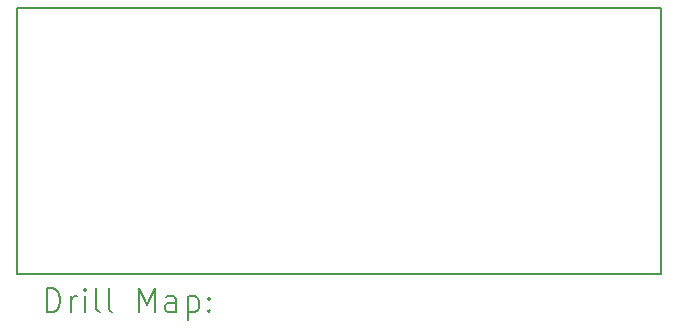
<source format=gbr>
%TF.GenerationSoftware,KiCad,Pcbnew,8.0.5*%
%TF.CreationDate,2024-12-04T12:22:01-05:00*%
%TF.ProjectId,RailsidePDB,5261696c-7369-4646-9550-44422e6b6963,rev?*%
%TF.SameCoordinates,Original*%
%TF.FileFunction,Drillmap*%
%TF.FilePolarity,Positive*%
%FSLAX45Y45*%
G04 Gerber Fmt 4.5, Leading zero omitted, Abs format (unit mm)*
G04 Created by KiCad (PCBNEW 8.0.5) date 2024-12-04 12:22:01*
%MOMM*%
%LPD*%
G01*
G04 APERTURE LIST*
%ADD10C,0.200000*%
G04 APERTURE END LIST*
D10*
X5800000Y-6200000D02*
X11250000Y-6200000D01*
X11250000Y-8450000D01*
X5800000Y-8450000D01*
X5800000Y-6200000D01*
X6050777Y-8771484D02*
X6050777Y-8571484D01*
X6050777Y-8571484D02*
X6098396Y-8571484D01*
X6098396Y-8571484D02*
X6126967Y-8581008D01*
X6126967Y-8581008D02*
X6146015Y-8600055D01*
X6146015Y-8600055D02*
X6155539Y-8619103D01*
X6155539Y-8619103D02*
X6165062Y-8657198D01*
X6165062Y-8657198D02*
X6165062Y-8685770D01*
X6165062Y-8685770D02*
X6155539Y-8723865D01*
X6155539Y-8723865D02*
X6146015Y-8742912D01*
X6146015Y-8742912D02*
X6126967Y-8761960D01*
X6126967Y-8761960D02*
X6098396Y-8771484D01*
X6098396Y-8771484D02*
X6050777Y-8771484D01*
X6250777Y-8771484D02*
X6250777Y-8638150D01*
X6250777Y-8676246D02*
X6260301Y-8657198D01*
X6260301Y-8657198D02*
X6269824Y-8647674D01*
X6269824Y-8647674D02*
X6288872Y-8638150D01*
X6288872Y-8638150D02*
X6307920Y-8638150D01*
X6374586Y-8771484D02*
X6374586Y-8638150D01*
X6374586Y-8571484D02*
X6365062Y-8581008D01*
X6365062Y-8581008D02*
X6374586Y-8590531D01*
X6374586Y-8590531D02*
X6384110Y-8581008D01*
X6384110Y-8581008D02*
X6374586Y-8571484D01*
X6374586Y-8571484D02*
X6374586Y-8590531D01*
X6498396Y-8771484D02*
X6479348Y-8761960D01*
X6479348Y-8761960D02*
X6469824Y-8742912D01*
X6469824Y-8742912D02*
X6469824Y-8571484D01*
X6603158Y-8771484D02*
X6584110Y-8761960D01*
X6584110Y-8761960D02*
X6574586Y-8742912D01*
X6574586Y-8742912D02*
X6574586Y-8571484D01*
X6831729Y-8771484D02*
X6831729Y-8571484D01*
X6831729Y-8571484D02*
X6898396Y-8714341D01*
X6898396Y-8714341D02*
X6965062Y-8571484D01*
X6965062Y-8571484D02*
X6965062Y-8771484D01*
X7146015Y-8771484D02*
X7146015Y-8666722D01*
X7146015Y-8666722D02*
X7136491Y-8647674D01*
X7136491Y-8647674D02*
X7117443Y-8638150D01*
X7117443Y-8638150D02*
X7079348Y-8638150D01*
X7079348Y-8638150D02*
X7060301Y-8647674D01*
X7146015Y-8761960D02*
X7126967Y-8771484D01*
X7126967Y-8771484D02*
X7079348Y-8771484D01*
X7079348Y-8771484D02*
X7060301Y-8761960D01*
X7060301Y-8761960D02*
X7050777Y-8742912D01*
X7050777Y-8742912D02*
X7050777Y-8723865D01*
X7050777Y-8723865D02*
X7060301Y-8704817D01*
X7060301Y-8704817D02*
X7079348Y-8695293D01*
X7079348Y-8695293D02*
X7126967Y-8695293D01*
X7126967Y-8695293D02*
X7146015Y-8685770D01*
X7241253Y-8638150D02*
X7241253Y-8838150D01*
X7241253Y-8647674D02*
X7260301Y-8638150D01*
X7260301Y-8638150D02*
X7298396Y-8638150D01*
X7298396Y-8638150D02*
X7317443Y-8647674D01*
X7317443Y-8647674D02*
X7326967Y-8657198D01*
X7326967Y-8657198D02*
X7336491Y-8676246D01*
X7336491Y-8676246D02*
X7336491Y-8733389D01*
X7336491Y-8733389D02*
X7326967Y-8752436D01*
X7326967Y-8752436D02*
X7317443Y-8761960D01*
X7317443Y-8761960D02*
X7298396Y-8771484D01*
X7298396Y-8771484D02*
X7260301Y-8771484D01*
X7260301Y-8771484D02*
X7241253Y-8761960D01*
X7422205Y-8752436D02*
X7431729Y-8761960D01*
X7431729Y-8761960D02*
X7422205Y-8771484D01*
X7422205Y-8771484D02*
X7412682Y-8761960D01*
X7412682Y-8761960D02*
X7422205Y-8752436D01*
X7422205Y-8752436D02*
X7422205Y-8771484D01*
X7422205Y-8647674D02*
X7431729Y-8657198D01*
X7431729Y-8657198D02*
X7422205Y-8666722D01*
X7422205Y-8666722D02*
X7412682Y-8657198D01*
X7412682Y-8657198D02*
X7422205Y-8647674D01*
X7422205Y-8647674D02*
X7422205Y-8666722D01*
M02*

</source>
